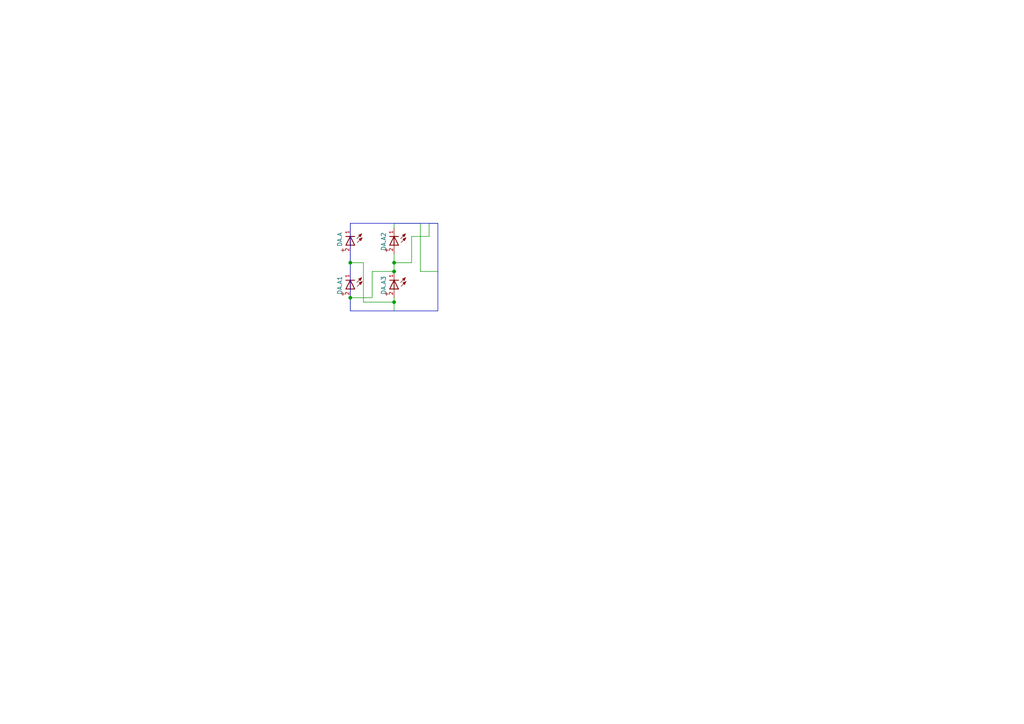
<source format=kicad_sch>
(kicad_sch (version 20250114) (generator "eeschema") (generator_version "9.0")
  (paper "A4")
  (lib_symbols
    (symbol "WL-SMCC_0402:WL-SMCC_0402" (pin_names (offset 1.016))
      (property "Reference" "D" (at 0.928 4.164 0))
      (property "Value" "WL-SMCC_0402" (at -3.232 -3.915 0))
      (symbol "WL-SMCC_0402_0_0"
        (polyline (pts (xy -0.762 3.302) (xy 0.127 2.921) (xy -0.381 2.413) (xy -0.762 3.302)) (stroke (width 0.1524)) (fill (type outline)))
        (polyline (pts (xy 0 0) (xy 2.54 1.27)) (stroke (width 0.254)))
        (polyline (pts (xy 0 0) (xy 2.54 0)) (stroke (width 0.254)))
        (polyline (pts (xy 0 -1.27) (xy 0 1.27)) (stroke (width 0.254)))
        (polyline (pts (xy 0.381 3.429) (xy 1.27 3.048) (xy 0.762 2.54) (xy 0.381 3.429)) (stroke (width 0.1524)) (fill (type outline)))
        (polyline (pts (xy 0.635 1.905) (xy -0.762 3.302)) (stroke (width 0.1524)))
        (polyline (pts (xy 1.778 2.032) (xy 0.381 3.429)) (stroke (width 0.1524)))
        (polyline (pts (xy 2.54 -1.27) (xy 0 0)) (stroke (width 0.254)))
        (polyline (pts (xy 2.54 -1.27) (xy 2.54 1.27)) (stroke (width 0.254)))
        (text "+" (at 3.1 -1.5 0) (effects (font (size 1.27 1.27)) (justify left bottom)))
        (pin passive line (at -2.54 0 0) (length 2.54) (name "~") (number "1"))
        (pin passive line (at 5.08 0 180) (length 2.54) (name "~") (number "2"))
      )
    )
  )
  (rectangle (start 101.6 64.77) (end 127 90.17))
  (junction (at 114.3 78.74))
  (junction (at 114.3 76.2))
  (junction (at 114.3 87.63))
  (junction (at 101.6 76.2))
  (junction (at 101.6 86.36))
  (wire (pts (xy 101.6 64.77) (xy 101.6 66.04)))
  (wire (pts (xy 121.92 64.77) (xy 114.3 64.77)))
  (wire (pts (xy 121.92 78.74) (xy 127 78.74)))
  (wire (pts (xy 114.3 76.2) (xy 119.38 76.2)))
  (wire (pts (xy 114.3 73.66) (xy 114.3 76.2)))
  (wire (pts (xy 114.3 76.2) (xy 114.3 78.74)))
  (wire (pts (xy 114.3 66.04) (xy 114.3 64.77)))
  (wire (pts (xy 114.3 87.63) (xy 114.3 90.17)))
  (wire (pts (xy 105.41 76.2) (xy 105.41 87.63)))
  (wire (pts (xy 107.95 78.74) (xy 107.95 86.36)))
  (wire (pts (xy 124.46 64.77) (xy 127 64.77)))
  (wire (pts (xy 121.92 64.77) (xy 121.92 78.74)))
  (wire (pts (xy 105.41 87.63) (xy 114.3 87.63)))
  (wire (pts (xy 101.6 73.66) (xy 101.6 76.2)))
  (wire (pts (xy 101.6 86.36) (xy 101.6 90.17)))
  (wire (pts (xy 124.46 68.58) (xy 124.46 64.77)))
  (wire (pts (xy 101.6 76.2) (xy 101.6 78.74)))
  (wire (pts (xy 101.6 86.36) (xy 107.95 86.36)))
  (wire (pts (xy 107.95 78.74) (xy 114.3 78.74)))
  (wire (pts (xy 119.38 68.58) (xy 124.46 68.58)))
  (wire (pts (xy 114.3 86.36) (xy 114.3 87.63)))
  (wire (pts (xy 101.6 76.2) (xy 105.41 76.2)))
  (wire (pts (xy 119.38 76.2) (xy 119.38 68.58)))
  (symbol (lib_id "WL-SMCC_0402:WL-SMCC_0402") (at 101.6 81.28 270) (unit 1)
    (property "Reference" "DA.A1" (at 98.552 80.01 0) (effects (justify left)))
    (property "Value" "WL-SMCC_0402" (effects (hide yes)))
    (property "Footprint" "WL-SMCC_0402:WL-SMCC_0402" (effects (hide yes)))
  )
  (symbol (lib_id "WL-SMCC_0402:WL-SMCC_0402") (at 101.6 68.58 270) (unit 1)
    (property "Reference" "DA.A" (at 98.552 67.31 0) (effects (justify left)))
    (property "Value" "WL-SMCC_0402" (effects (hide yes)))
    (property "Footprint" "WL-SMCC_0402:WL-SMCC_0402" (effects (hide yes)))
  )
  (symbol (lib_id "WL-SMCC_0402:WL-SMCC_0402") (at 114.3 68.58 270) (unit 1)
    (property "Reference" "DA.A2" (at 111.252 67.31 0) (effects (justify left)))
    (property "Value" "WL-SMCC_0402" (effects (hide yes)))
    (property "Footprint" "WL-SMCC_0402:WL-SMCC_0402" (effects (hide yes)))
  )
  (symbol (lib_id "WL-SMCC_0402:WL-SMCC_0402") (at 114.3 81.28 270) (unit 1)
    (property "Reference" "DA.A3" (at 111.252 80.01 0) (effects (justify left)))
    (property "Value" "WL-SMCC_0402" (effects (hide yes)))
    (property "Footprint" "WL-SMCC_0402:WL-SMCC_0402" (effects (hide yes)))
  )
)
</source>
